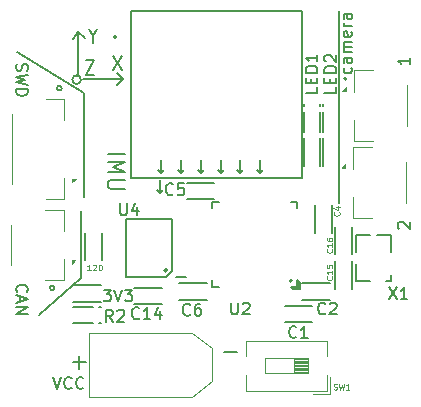
<source format=gbr>
%TF.GenerationSoftware,KiCad,Pcbnew,(6.0.1)*%
%TF.CreationDate,2022-12-05T15:25:32+08:00*%
%TF.ProjectId,IMU_base_V7.1,494d555f-6261-4736-955f-56372e312e6b,rev?*%
%TF.SameCoordinates,Original*%
%TF.FileFunction,Legend,Top*%
%TF.FilePolarity,Positive*%
%FSLAX46Y46*%
G04 Gerber Fmt 4.6, Leading zero omitted, Abs format (unit mm)*
G04 Created by KiCad (PCBNEW (6.0.1)) date 2022-12-05 15:25:32*
%MOMM*%
%LPD*%
G01*
G04 APERTURE LIST*
%ADD10C,0.200000*%
%ADD11C,0.150000*%
%ADD12C,0.187499*%
%ADD13C,0.100000*%
%ADD14C,0.125000*%
%ADD15C,0.050000*%
%ADD16C,0.120000*%
G04 APERTURE END LIST*
D10*
X161081800Y-84367733D02*
X175534400Y-84367733D01*
D11*
X159555585Y-74089054D02*
X160275585Y-75289054D01*
X160275585Y-74089054D02*
X159555585Y-75289054D01*
D10*
X156626198Y-72078240D02*
X157159596Y-72586240D01*
X175534400Y-84367733D02*
X175534400Y-70266197D01*
X156143598Y-72611640D02*
X156626198Y-72078240D01*
X156992522Y-76029921D02*
X160421522Y-76029921D01*
X159862600Y-72450594D02*
G75*
G03*
X159608600Y-72450594I-127000J0D01*
G01*
D11*
X157244185Y-74444654D02*
X157964185Y-74444654D01*
X157244185Y-75644654D01*
X157964185Y-75644654D01*
D10*
X161081800Y-84367733D02*
X161081800Y-70266197D01*
D11*
X157856447Y-72406225D02*
X157856447Y-72977654D01*
X157496447Y-71777654D02*
X157856447Y-72406225D01*
X158216447Y-71777654D01*
D12*
X159092950Y-82373223D02*
X160592949Y-82373223D01*
X159092950Y-83016080D02*
X160592949Y-83016080D01*
X159521521Y-83466080D01*
X160592949Y-83916079D01*
X159092950Y-83916079D01*
X160592949Y-84558936D02*
X159378664Y-84558936D01*
X159235807Y-84623222D01*
X159164379Y-84687507D01*
X159092950Y-84816079D01*
X159092950Y-85073221D01*
X159164379Y-85201793D01*
X159235807Y-85266078D01*
X159378664Y-85330364D01*
X160592949Y-85330364D01*
D10*
X156836447Y-76074321D02*
G75*
G03*
X156103799Y-76074321I-366324J0D01*
G01*
X159608600Y-72450594D02*
G75*
G03*
X159862600Y-72450594I127000J0D01*
G01*
D12*
X163639588Y-82844112D02*
X163639588Y-83986968D01*
X163896730Y-83701254D02*
X163639588Y-83986968D01*
X163382445Y-83701254D01*
X165311015Y-82844112D02*
X165311015Y-83986968D01*
X165568158Y-83701254D02*
X165311015Y-83986968D01*
X165053872Y-83701254D01*
X166982442Y-82844112D02*
X166982442Y-83986968D01*
X167239585Y-83701254D02*
X166982442Y-83986968D01*
X166725300Y-83701254D01*
X168653870Y-82844112D02*
X168653870Y-83986968D01*
X168911012Y-83701254D02*
X168653870Y-83986968D01*
X168396727Y-83701254D01*
X170325297Y-82844112D02*
X170325297Y-83986968D01*
X170582440Y-83701254D02*
X170325297Y-83986968D01*
X170068154Y-83701254D01*
X171996724Y-82844112D02*
X171996724Y-83986968D01*
X172253867Y-83701254D02*
X171996724Y-83986968D01*
X171739582Y-83701254D01*
D10*
X159888122Y-75547321D02*
X160421522Y-76029921D01*
X156103799Y-76074321D02*
G75*
G03*
X156836447Y-76074321I366324J0D01*
G01*
X161081800Y-70266197D02*
X175534400Y-70266197D01*
D12*
X163563388Y-84545912D02*
X163563388Y-85688768D01*
X163820530Y-85403054D02*
X163563388Y-85688768D01*
X163306245Y-85403054D01*
D10*
X159913522Y-76563319D02*
X160421522Y-76029921D01*
X156626198Y-75663597D02*
X156626198Y-72078240D01*
D11*
X155200000Y-76800000D02*
G75*
G03*
X155200000Y-76800000I-200000J0D01*
G01*
X178700000Y-78125000D02*
X178700000Y-70300000D01*
X156800000Y-87200000D02*
X156800000Y-92900000D01*
X179300000Y-76000000D02*
G75*
G03*
X179300000Y-76000000I-100000J0D01*
G01*
X174700000Y-93100000D02*
G75*
G03*
X174700000Y-93100000I-100000J0D01*
G01*
X154600000Y-93700000D02*
G75*
G03*
X154600000Y-93700000I-200000J0D01*
G01*
X164141421Y-92200000D02*
G75*
G03*
X164141421Y-92200000I-141421J0D01*
G01*
X156800000Y-92900000D02*
X153300000Y-96000000D01*
D10*
X183747619Y-88685714D02*
X183700000Y-88638095D01*
X183652380Y-88542857D01*
X183652380Y-88304761D01*
X183700000Y-88209523D01*
X183747619Y-88161904D01*
X183842857Y-88114285D01*
X183938095Y-88114285D01*
X184080952Y-88161904D01*
X184652380Y-88733333D01*
X184652380Y-88114285D01*
X184652380Y-74214285D02*
X184652380Y-74785714D01*
X184652380Y-74500000D02*
X183652380Y-74500000D01*
X183795238Y-74595238D01*
X183890476Y-74690476D01*
X183938095Y-74785714D01*
D11*
X151442857Y-94057142D02*
X151395238Y-94009523D01*
X151347619Y-93866666D01*
X151347619Y-93771428D01*
X151395238Y-93628571D01*
X151490476Y-93533333D01*
X151585714Y-93485714D01*
X151776190Y-93438095D01*
X151919047Y-93438095D01*
X152109523Y-93485714D01*
X152204761Y-93533333D01*
X152300000Y-93628571D01*
X152347619Y-93771428D01*
X152347619Y-93866666D01*
X152300000Y-94009523D01*
X152252380Y-94057142D01*
X151633333Y-94438095D02*
X151633333Y-94914285D01*
X151347619Y-94342857D02*
X152347619Y-94676190D01*
X151347619Y-95009523D01*
X151347619Y-95342857D02*
X152347619Y-95342857D01*
X151347619Y-95914285D01*
X152347619Y-95914285D01*
X179704761Y-75071428D02*
X179752380Y-75166666D01*
X179752380Y-75357142D01*
X179704761Y-75452380D01*
X179657142Y-75500000D01*
X179561904Y-75547619D01*
X179276190Y-75547619D01*
X179180952Y-75500000D01*
X179133333Y-75452380D01*
X179085714Y-75357142D01*
X179085714Y-75166666D01*
X179133333Y-75071428D01*
X179752380Y-74214285D02*
X179228571Y-74214285D01*
X179133333Y-74261904D01*
X179085714Y-74357142D01*
X179085714Y-74547619D01*
X179133333Y-74642857D01*
X179704761Y-74214285D02*
X179752380Y-74309523D01*
X179752380Y-74547619D01*
X179704761Y-74642857D01*
X179609523Y-74690476D01*
X179514285Y-74690476D01*
X179419047Y-74642857D01*
X179371428Y-74547619D01*
X179371428Y-74309523D01*
X179323809Y-74214285D01*
X179752380Y-73738095D02*
X179085714Y-73738095D01*
X179180952Y-73738095D02*
X179133333Y-73690476D01*
X179085714Y-73595238D01*
X179085714Y-73452380D01*
X179133333Y-73357142D01*
X179228571Y-73309523D01*
X179752380Y-73309523D01*
X179228571Y-73309523D02*
X179133333Y-73261904D01*
X179085714Y-73166666D01*
X179085714Y-73023809D01*
X179133333Y-72928571D01*
X179228571Y-72880952D01*
X179752380Y-72880952D01*
X179704761Y-72023809D02*
X179752380Y-72119047D01*
X179752380Y-72309523D01*
X179704761Y-72404761D01*
X179609523Y-72452380D01*
X179228571Y-72452380D01*
X179133333Y-72404761D01*
X179085714Y-72309523D01*
X179085714Y-72119047D01*
X179133333Y-72023809D01*
X179228571Y-71976190D01*
X179323809Y-71976190D01*
X179419047Y-72452380D01*
X179752380Y-71547619D02*
X179085714Y-71547619D01*
X179276190Y-71547619D02*
X179180952Y-71500000D01*
X179133333Y-71452380D01*
X179085714Y-71357142D01*
X179085714Y-71261904D01*
X179752380Y-70500000D02*
X179228571Y-70500000D01*
X179133333Y-70547619D01*
X179085714Y-70642857D01*
X179085714Y-70833333D01*
X179133333Y-70928571D01*
X179704761Y-70500000D02*
X179752380Y-70595238D01*
X179752380Y-70833333D01*
X179704761Y-70928571D01*
X179609523Y-70976190D01*
X179514285Y-70976190D01*
X179419047Y-70928571D01*
X179371428Y-70833333D01*
X179371428Y-70595238D01*
X179323809Y-70500000D01*
D10*
X151395238Y-74742857D02*
X151347619Y-74885714D01*
X151347619Y-75123809D01*
X151395238Y-75219047D01*
X151442857Y-75266666D01*
X151538095Y-75314285D01*
X151633333Y-75314285D01*
X151728571Y-75266666D01*
X151776190Y-75219047D01*
X151823809Y-75123809D01*
X151871428Y-74933333D01*
X151919047Y-74838095D01*
X151966666Y-74790476D01*
X152061904Y-74742857D01*
X152157142Y-74742857D01*
X152252380Y-74790476D01*
X152300000Y-74838095D01*
X152347619Y-74933333D01*
X152347619Y-75171428D01*
X152300000Y-75314285D01*
X152347619Y-75647619D02*
X151347619Y-75885714D01*
X152061904Y-76076190D01*
X151347619Y-76266666D01*
X152347619Y-76504761D01*
X151347619Y-76885714D02*
X152347619Y-76885714D01*
X152347619Y-77123809D01*
X152300000Y-77266666D01*
X152204761Y-77361904D01*
X152109523Y-77409523D01*
X151919047Y-77457142D01*
X151776190Y-77457142D01*
X151585714Y-77409523D01*
X151490476Y-77361904D01*
X151395238Y-77266666D01*
X151347619Y-77123809D01*
X151347619Y-76885714D01*
D11*
X157100000Y-77200000D02*
X157100000Y-86000000D01*
X178700000Y-86500000D02*
X178700000Y-78125000D01*
X151400000Y-73700000D02*
X157100000Y-77200000D01*
D13*
%TO.C,C16*%
X178078571Y-90421428D02*
X178102380Y-90445238D01*
X178126190Y-90516666D01*
X178126190Y-90564285D01*
X178102380Y-90635714D01*
X178054761Y-90683333D01*
X178007142Y-90707142D01*
X177911904Y-90730952D01*
X177840476Y-90730952D01*
X177745238Y-90707142D01*
X177697619Y-90683333D01*
X177650000Y-90635714D01*
X177626190Y-90564285D01*
X177626190Y-90516666D01*
X177650000Y-90445238D01*
X177673809Y-90421428D01*
X178126190Y-89945238D02*
X178126190Y-90230952D01*
X178126190Y-90088095D02*
X177626190Y-90088095D01*
X177697619Y-90135714D01*
X177745238Y-90183333D01*
X177769047Y-90230952D01*
X177626190Y-89516666D02*
X177626190Y-89611904D01*
X177650000Y-89659523D01*
X177673809Y-89683333D01*
X177745238Y-89730952D01*
X177840476Y-89754761D01*
X178030952Y-89754761D01*
X178078571Y-89730952D01*
X178102380Y-89707142D01*
X178126190Y-89659523D01*
X178126190Y-89564285D01*
X178102380Y-89516666D01*
X178078571Y-89492857D01*
X178030952Y-89469047D01*
X177911904Y-89469047D01*
X177864285Y-89492857D01*
X177840476Y-89516666D01*
X177816666Y-89564285D01*
X177816666Y-89659523D01*
X177840476Y-89707142D01*
X177864285Y-89730952D01*
X177911904Y-89754761D01*
D14*
%TO.C,120*%
X157666666Y-92226190D02*
X157380952Y-92226190D01*
X157523809Y-92226190D02*
X157523809Y-91726190D01*
X157476190Y-91797619D01*
X157428571Y-91845238D01*
X157380952Y-91869047D01*
X157857142Y-91773809D02*
X157880952Y-91750000D01*
X157928571Y-91726190D01*
X158047619Y-91726190D01*
X158095238Y-91750000D01*
X158119047Y-91773809D01*
X158142857Y-91821428D01*
X158142857Y-91869047D01*
X158119047Y-91940476D01*
X157833333Y-92226190D01*
X158142857Y-92226190D01*
X158452380Y-91726190D02*
X158500000Y-91726190D01*
X158547619Y-91750000D01*
X158571428Y-91773809D01*
X158595238Y-91821428D01*
X158619047Y-91916666D01*
X158619047Y-92035714D01*
X158595238Y-92130952D01*
X158571428Y-92178571D01*
X158547619Y-92202380D01*
X158500000Y-92226190D01*
X158452380Y-92226190D01*
X158404761Y-92202380D01*
X158380952Y-92178571D01*
X158357142Y-92130952D01*
X158333333Y-92035714D01*
X158333333Y-91916666D01*
X158357142Y-91821428D01*
X158380952Y-91773809D01*
X158404761Y-91750000D01*
X158452380Y-91726190D01*
D11*
%TO.C,C2*%
X177533333Y-95857142D02*
X177485714Y-95904761D01*
X177342857Y-95952380D01*
X177247619Y-95952380D01*
X177104761Y-95904761D01*
X177009523Y-95809523D01*
X176961904Y-95714285D01*
X176914285Y-95523809D01*
X176914285Y-95380952D01*
X176961904Y-95190476D01*
X177009523Y-95095238D01*
X177104761Y-95000000D01*
X177247619Y-94952380D01*
X177342857Y-94952380D01*
X177485714Y-95000000D01*
X177533333Y-95047619D01*
X177914285Y-95047619D02*
X177961904Y-95000000D01*
X178057142Y-94952380D01*
X178295238Y-94952380D01*
X178390476Y-95000000D01*
X178438095Y-95047619D01*
X178485714Y-95142857D01*
X178485714Y-95238095D01*
X178438095Y-95380952D01*
X177866666Y-95952380D01*
X178485714Y-95952380D01*
%TO.C,LED1*%
X176852380Y-76719047D02*
X176852380Y-77195238D01*
X175852380Y-77195238D01*
X176328571Y-76385714D02*
X176328571Y-76052380D01*
X176852380Y-75909523D02*
X176852380Y-76385714D01*
X175852380Y-76385714D01*
X175852380Y-75909523D01*
X176852380Y-75480952D02*
X175852380Y-75480952D01*
X175852380Y-75242857D01*
X175900000Y-75100000D01*
X175995238Y-75004761D01*
X176090476Y-74957142D01*
X176280952Y-74909523D01*
X176423809Y-74909523D01*
X176614285Y-74957142D01*
X176709523Y-75004761D01*
X176804761Y-75100000D01*
X176852380Y-75242857D01*
X176852380Y-75480952D01*
X176852380Y-73957142D02*
X176852380Y-74528571D01*
X176852380Y-74242857D02*
X175852380Y-74242857D01*
X175995238Y-74338095D01*
X176090476Y-74433333D01*
X176138095Y-74528571D01*
D13*
%TO.C,C4*%
X178678571Y-87283333D02*
X178702380Y-87307142D01*
X178726190Y-87378571D01*
X178726190Y-87426190D01*
X178702380Y-87497619D01*
X178654761Y-87545238D01*
X178607142Y-87569047D01*
X178511904Y-87592857D01*
X178440476Y-87592857D01*
X178345238Y-87569047D01*
X178297619Y-87545238D01*
X178250000Y-87497619D01*
X178226190Y-87426190D01*
X178226190Y-87378571D01*
X178250000Y-87307142D01*
X178273809Y-87283333D01*
X178392857Y-86854761D02*
X178726190Y-86854761D01*
X178202380Y-86973809D02*
X178559523Y-87092857D01*
X178559523Y-86783333D01*
D11*
%TO.C,C14*%
X161757142Y-96257142D02*
X161709523Y-96304761D01*
X161566666Y-96352380D01*
X161471428Y-96352380D01*
X161328571Y-96304761D01*
X161233333Y-96209523D01*
X161185714Y-96114285D01*
X161138095Y-95923809D01*
X161138095Y-95780952D01*
X161185714Y-95590476D01*
X161233333Y-95495238D01*
X161328571Y-95400000D01*
X161471428Y-95352380D01*
X161566666Y-95352380D01*
X161709523Y-95400000D01*
X161757142Y-95447619D01*
X162709523Y-96352380D02*
X162138095Y-96352380D01*
X162423809Y-96352380D02*
X162423809Y-95352380D01*
X162328571Y-95495238D01*
X162233333Y-95590476D01*
X162138095Y-95638095D01*
X163566666Y-95685714D02*
X163566666Y-96352380D01*
X163328571Y-95304761D02*
X163090476Y-96019047D01*
X163709523Y-96019047D01*
%TO.C,U4*%
X160138095Y-86552380D02*
X160138095Y-87361904D01*
X160185714Y-87457142D01*
X160233333Y-87504761D01*
X160328571Y-87552380D01*
X160519047Y-87552380D01*
X160614285Y-87504761D01*
X160661904Y-87457142D01*
X160709523Y-87361904D01*
X160709523Y-86552380D01*
X161614285Y-86885714D02*
X161614285Y-87552380D01*
X161376190Y-86504761D02*
X161138095Y-87219047D01*
X161757142Y-87219047D01*
%TO.C,C5*%
X164633333Y-85757142D02*
X164585714Y-85804761D01*
X164442857Y-85852380D01*
X164347619Y-85852380D01*
X164204761Y-85804761D01*
X164109523Y-85709523D01*
X164061904Y-85614285D01*
X164014285Y-85423809D01*
X164014285Y-85280952D01*
X164061904Y-85090476D01*
X164109523Y-84995238D01*
X164204761Y-84900000D01*
X164347619Y-84852380D01*
X164442857Y-84852380D01*
X164585714Y-84900000D01*
X164633333Y-84947619D01*
X165538095Y-84852380D02*
X165061904Y-84852380D01*
X165014285Y-85328571D01*
X165061904Y-85280952D01*
X165157142Y-85233333D01*
X165395238Y-85233333D01*
X165490476Y-85280952D01*
X165538095Y-85328571D01*
X165585714Y-85423809D01*
X165585714Y-85661904D01*
X165538095Y-85757142D01*
X165490476Y-85804761D01*
X165395238Y-85852380D01*
X165157142Y-85852380D01*
X165061904Y-85804761D01*
X165014285Y-85757142D01*
%TO.C,VCC*%
X154466666Y-101252380D02*
X154800000Y-102252380D01*
X155133333Y-101252380D01*
X156038095Y-102157142D02*
X155990476Y-102204761D01*
X155847619Y-102252380D01*
X155752380Y-102252380D01*
X155609523Y-102204761D01*
X155514285Y-102109523D01*
X155466666Y-102014285D01*
X155419047Y-101823809D01*
X155419047Y-101680952D01*
X155466666Y-101490476D01*
X155514285Y-101395238D01*
X155609523Y-101300000D01*
X155752380Y-101252380D01*
X155847619Y-101252380D01*
X155990476Y-101300000D01*
X156038095Y-101347619D01*
X157038095Y-102157142D02*
X156990476Y-102204761D01*
X156847619Y-102252380D01*
X156752380Y-102252380D01*
X156609523Y-102204761D01*
X156514285Y-102109523D01*
X156466666Y-102014285D01*
X156419047Y-101823809D01*
X156419047Y-101680952D01*
X156466666Y-101490476D01*
X156514285Y-101395238D01*
X156609523Y-101300000D01*
X156752380Y-101252380D01*
X156847619Y-101252380D01*
X156990476Y-101300000D01*
X157038095Y-101347619D01*
X156128571Y-100007142D02*
X157271428Y-100007142D01*
X156700000Y-100578571D02*
X156700000Y-99435714D01*
X168928571Y-99107142D02*
X170071428Y-99107142D01*
%TO.C,LED2*%
X178452380Y-76719047D02*
X178452380Y-77195238D01*
X177452380Y-77195238D01*
X177928571Y-76385714D02*
X177928571Y-76052380D01*
X178452380Y-75909523D02*
X178452380Y-76385714D01*
X177452380Y-76385714D01*
X177452380Y-75909523D01*
X178452380Y-75480952D02*
X177452380Y-75480952D01*
X177452380Y-75242857D01*
X177500000Y-75100000D01*
X177595238Y-75004761D01*
X177690476Y-74957142D01*
X177880952Y-74909523D01*
X178023809Y-74909523D01*
X178214285Y-74957142D01*
X178309523Y-75004761D01*
X178404761Y-75100000D01*
X178452380Y-75242857D01*
X178452380Y-75480952D01*
X177547619Y-74528571D02*
X177500000Y-74480952D01*
X177452380Y-74385714D01*
X177452380Y-74147619D01*
X177500000Y-74052380D01*
X177547619Y-74004761D01*
X177642857Y-73957142D01*
X177738095Y-73957142D01*
X177880952Y-74004761D01*
X178452380Y-74576190D01*
X178452380Y-73957142D01*
%TO.C,X1*%
X182890476Y-93652380D02*
X183557142Y-94652380D01*
X183557142Y-93652380D02*
X182890476Y-94652380D01*
X184461904Y-94652380D02*
X183890476Y-94652380D01*
X184176190Y-94652380D02*
X184176190Y-93652380D01*
X184080952Y-93795238D01*
X183985714Y-93890476D01*
X183890476Y-93938095D01*
D14*
%TO.C,SW1*%
X178233333Y-102302380D02*
X178304761Y-102326190D01*
X178423809Y-102326190D01*
X178471428Y-102302380D01*
X178495238Y-102278571D01*
X178519047Y-102230952D01*
X178519047Y-102183333D01*
X178495238Y-102135714D01*
X178471428Y-102111904D01*
X178423809Y-102088095D01*
X178328571Y-102064285D01*
X178280952Y-102040476D01*
X178257142Y-102016666D01*
X178233333Y-101969047D01*
X178233333Y-101921428D01*
X178257142Y-101873809D01*
X178280952Y-101850000D01*
X178328571Y-101826190D01*
X178447619Y-101826190D01*
X178519047Y-101850000D01*
X178685714Y-101826190D02*
X178804761Y-102326190D01*
X178900000Y-101969047D01*
X178995238Y-102326190D01*
X179114285Y-101826190D01*
X179566666Y-102326190D02*
X179280952Y-102326190D01*
X179423809Y-102326190D02*
X179423809Y-101826190D01*
X179376190Y-101897619D01*
X179328571Y-101945238D01*
X179280952Y-101969047D01*
D11*
%TO.C,U2*%
X169538095Y-94952380D02*
X169538095Y-95761904D01*
X169585714Y-95857142D01*
X169633333Y-95904761D01*
X169728571Y-95952380D01*
X169919047Y-95952380D01*
X170014285Y-95904761D01*
X170061904Y-95857142D01*
X170109523Y-95761904D01*
X170109523Y-94952380D01*
X170538095Y-95047619D02*
X170585714Y-95000000D01*
X170680952Y-94952380D01*
X170919047Y-94952380D01*
X171014285Y-95000000D01*
X171061904Y-95047619D01*
X171109523Y-95142857D01*
X171109523Y-95238095D01*
X171061904Y-95380952D01*
X170490476Y-95952380D01*
X171109523Y-95952380D01*
%TO.C,C6*%
X166083333Y-95957142D02*
X166035714Y-96004761D01*
X165892857Y-96052380D01*
X165797619Y-96052380D01*
X165654761Y-96004761D01*
X165559523Y-95909523D01*
X165511904Y-95814285D01*
X165464285Y-95623809D01*
X165464285Y-95480952D01*
X165511904Y-95290476D01*
X165559523Y-95195238D01*
X165654761Y-95100000D01*
X165797619Y-95052380D01*
X165892857Y-95052380D01*
X166035714Y-95100000D01*
X166083333Y-95147619D01*
X166940476Y-95052380D02*
X166750000Y-95052380D01*
X166654761Y-95100000D01*
X166607142Y-95147619D01*
X166511904Y-95290476D01*
X166464285Y-95480952D01*
X166464285Y-95861904D01*
X166511904Y-95957142D01*
X166559523Y-96004761D01*
X166654761Y-96052380D01*
X166845238Y-96052380D01*
X166940476Y-96004761D01*
X166988095Y-95957142D01*
X167035714Y-95861904D01*
X167035714Y-95623809D01*
X166988095Y-95528571D01*
X166940476Y-95480952D01*
X166845238Y-95433333D01*
X166654761Y-95433333D01*
X166559523Y-95480952D01*
X166511904Y-95528571D01*
X166464285Y-95623809D01*
%TO.C,R2*%
X159533333Y-96552380D02*
X159200000Y-96076190D01*
X158961904Y-96552380D02*
X158961904Y-95552380D01*
X159342857Y-95552380D01*
X159438095Y-95600000D01*
X159485714Y-95647619D01*
X159533333Y-95742857D01*
X159533333Y-95885714D01*
X159485714Y-95980952D01*
X159438095Y-96028571D01*
X159342857Y-96076190D01*
X158961904Y-96076190D01*
X159914285Y-95647619D02*
X159961904Y-95600000D01*
X160057142Y-95552380D01*
X160295238Y-95552380D01*
X160390476Y-95600000D01*
X160438095Y-95647619D01*
X160485714Y-95742857D01*
X160485714Y-95838095D01*
X160438095Y-95980952D01*
X159866666Y-96552380D01*
X160485714Y-96552380D01*
D13*
%TO.C,C15*%
X178078571Y-92721428D02*
X178102380Y-92745238D01*
X178126190Y-92816666D01*
X178126190Y-92864285D01*
X178102380Y-92935714D01*
X178054761Y-92983333D01*
X178007142Y-93007142D01*
X177911904Y-93030952D01*
X177840476Y-93030952D01*
X177745238Y-93007142D01*
X177697619Y-92983333D01*
X177650000Y-92935714D01*
X177626190Y-92864285D01*
X177626190Y-92816666D01*
X177650000Y-92745238D01*
X177673809Y-92721428D01*
X178126190Y-92245238D02*
X178126190Y-92530952D01*
X178126190Y-92388095D02*
X177626190Y-92388095D01*
X177697619Y-92435714D01*
X177745238Y-92483333D01*
X177769047Y-92530952D01*
X177626190Y-91792857D02*
X177626190Y-92030952D01*
X177864285Y-92054761D01*
X177840476Y-92030952D01*
X177816666Y-91983333D01*
X177816666Y-91864285D01*
X177840476Y-91816666D01*
X177864285Y-91792857D01*
X177911904Y-91769047D01*
X178030952Y-91769047D01*
X178078571Y-91792857D01*
X178102380Y-91816666D01*
X178126190Y-91864285D01*
X178126190Y-91983333D01*
X178102380Y-92030952D01*
X178078571Y-92054761D01*
D11*
%TO.C,C1*%
X175083333Y-97857142D02*
X175035714Y-97904761D01*
X174892857Y-97952380D01*
X174797619Y-97952380D01*
X174654761Y-97904761D01*
X174559523Y-97809523D01*
X174511904Y-97714285D01*
X174464285Y-97523809D01*
X174464285Y-97380952D01*
X174511904Y-97190476D01*
X174559523Y-97095238D01*
X174654761Y-97000000D01*
X174797619Y-96952380D01*
X174892857Y-96952380D01*
X175035714Y-97000000D01*
X175083333Y-97047619D01*
X176035714Y-97952380D02*
X175464285Y-97952380D01*
X175750000Y-97952380D02*
X175750000Y-96952380D01*
X175654761Y-97095238D01*
X175559523Y-97190476D01*
X175464285Y-97238095D01*
%TO.C,3V3*%
X158761904Y-93852380D02*
X159380952Y-93852380D01*
X159047619Y-94233333D01*
X159190476Y-94233333D01*
X159285714Y-94280952D01*
X159333333Y-94328571D01*
X159380952Y-94423809D01*
X159380952Y-94661904D01*
X159333333Y-94757142D01*
X159285714Y-94804761D01*
X159190476Y-94852380D01*
X158904761Y-94852380D01*
X158809523Y-94804761D01*
X158761904Y-94757142D01*
X159666666Y-93852380D02*
X160000000Y-94852380D01*
X160333333Y-93852380D01*
X160571428Y-93852380D02*
X161190476Y-93852380D01*
X160857142Y-94233333D01*
X161000000Y-94233333D01*
X161095238Y-94280952D01*
X161142857Y-94328571D01*
X161190476Y-94423809D01*
X161190476Y-94661904D01*
X161142857Y-94757142D01*
X161095238Y-94804761D01*
X161000000Y-94852380D01*
X160714285Y-94852380D01*
X160619047Y-94804761D01*
X160571428Y-94757142D01*
%TO.C,C16*%
X178350000Y-88525000D02*
X178350000Y-90875000D01*
X179750000Y-88525000D02*
X179750000Y-90875000D01*
%TO.C,120*%
X157200000Y-89025000D02*
X157200000Y-91375000D01*
X158600000Y-89025000D02*
X158600000Y-91375000D01*
D15*
%TO.C,J1*%
X156118000Y-84745000D02*
X156118000Y-84445000D01*
X156118000Y-84445000D02*
X156418000Y-84445000D01*
X156418000Y-84445000D02*
X156118000Y-84745000D01*
G36*
X156118000Y-84745000D02*
G01*
X156118000Y-84445000D01*
X156418000Y-84445000D01*
X156118000Y-84745000D01*
G37*
X156118000Y-84745000D02*
X156118000Y-84445000D01*
X156418000Y-84445000D01*
X156118000Y-84745000D01*
D16*
X155438000Y-86160000D02*
X155438000Y-84360000D01*
X153838000Y-77690000D02*
X155438000Y-77690000D01*
X150968000Y-84890000D02*
X150968000Y-78960000D01*
X153838000Y-86160000D02*
X155438000Y-86160000D01*
X155438000Y-77690000D02*
X155438000Y-79490000D01*
D11*
%TO.C,C2*%
X175575000Y-93300000D02*
X177925000Y-93300000D01*
X175575000Y-94700000D02*
X177925000Y-94700000D01*
%TO.C,LED1*%
X177300000Y-78792000D02*
X177300000Y-80475000D01*
X178700000Y-78792000D02*
X178700000Y-80475000D01*
X177300000Y-78125000D02*
X177300000Y-78284000D01*
X178700000Y-78125000D02*
X178700000Y-78284000D01*
%TO.C,C4*%
X178050000Y-89075000D02*
X178050000Y-86725000D01*
X176650000Y-89075000D02*
X176650000Y-86725000D01*
%TO.C,C14*%
X161325000Y-95100000D02*
X163675000Y-95100000D01*
X161325000Y-93700000D02*
X163675000Y-93700000D01*
D10*
%TO.C,U4*%
X165700000Y-92800000D02*
X164900000Y-92800000D01*
X160650000Y-87850000D02*
X164550000Y-87850000D01*
X164550000Y-87850000D02*
X164550000Y-92250000D01*
X164550000Y-92250000D02*
X164050000Y-92750000D01*
X164050000Y-92750000D02*
X160650000Y-92750000D01*
X160650000Y-92750000D02*
X160650000Y-87850000D01*
D11*
%TO.C,C5*%
X168125000Y-84800000D02*
X165775000Y-84800000D01*
X168125000Y-86200000D02*
X165775000Y-86200000D01*
%TO.C,R7*%
X177100000Y-81025000D02*
X177100000Y-83375000D01*
X175700000Y-81025000D02*
X175700000Y-83375000D01*
D16*
%TO.C,VCC*%
X166260000Y-102910000D02*
X157540000Y-102910000D01*
X166260000Y-97490000D02*
X157540000Y-97490000D01*
X167960000Y-101610000D02*
X166260000Y-102910000D01*
X167960000Y-98790000D02*
X166260000Y-97490000D01*
X157540000Y-102910000D02*
X157540000Y-97490000D01*
X167960000Y-101610000D02*
X167960000Y-98790000D01*
D11*
%TO.C,LED2*%
X175700000Y-78125000D02*
X175700000Y-78284000D01*
X177100000Y-78792000D02*
X177100000Y-80475000D01*
X175700000Y-78792000D02*
X175700000Y-80475000D01*
X177100000Y-78125000D02*
X177100000Y-78284000D01*
D16*
%TO.C,J6*%
X150890000Y-91790000D02*
X150890000Y-88360000D01*
X153760000Y-87090000D02*
X155360000Y-87090000D01*
X155360000Y-93060000D02*
X155360000Y-91260000D01*
X153760000Y-93060000D02*
X155360000Y-93060000D01*
X155360000Y-87090000D02*
X155360000Y-88890000D01*
D15*
X156040000Y-91645000D02*
X156040000Y-91345000D01*
X156040000Y-91345000D02*
X156340000Y-91345000D01*
X156340000Y-91345000D02*
X156040000Y-91645000D01*
G36*
X156040000Y-91645000D02*
G01*
X156040000Y-91345000D01*
X156340000Y-91345000D01*
X156040000Y-91645000D01*
G37*
X156040000Y-91645000D02*
X156040000Y-91345000D01*
X156340000Y-91345000D01*
X156040000Y-91645000D01*
D10*
%TO.C,X1*%
X182625000Y-93150000D02*
X183125000Y-93150000D01*
X180125000Y-93150000D02*
X180125000Y-91700000D01*
X181325000Y-93150000D02*
X180125000Y-93150000D01*
X181925000Y-89250000D02*
X183125000Y-89250000D01*
X183125000Y-93150000D02*
X183125000Y-92650000D01*
X181325000Y-89250000D02*
X180125000Y-89250000D01*
X183125000Y-89250000D02*
X183125000Y-90700000D01*
X180125000Y-89250000D02*
X180125000Y-90700000D01*
D16*
%TO.C,SW1*%
X176060000Y-100575000D02*
X174853333Y-100575000D01*
X176060000Y-100455000D02*
X174853333Y-100455000D01*
X176060000Y-100095000D02*
X174853333Y-100095000D01*
X172440000Y-100935000D02*
X176060000Y-100935000D01*
X176060000Y-100335000D02*
X174853333Y-100335000D01*
X176060000Y-99665000D02*
X172440000Y-99665000D01*
X177900000Y-102650000D02*
X176517000Y-102650000D01*
X177900000Y-102650000D02*
X177900000Y-101267000D01*
X170840000Y-102410000D02*
X170840000Y-101100000D01*
X177660000Y-102410000D02*
X170840000Y-102410000D01*
X170840000Y-99500000D02*
X170840000Y-98190000D01*
X176060000Y-99735000D02*
X174853333Y-99735000D01*
X177660000Y-99500000D02*
X177660000Y-98190000D01*
X177660000Y-98190000D02*
X170840000Y-98190000D01*
X174853333Y-100935000D02*
X174853333Y-99665000D01*
X176060000Y-100215000D02*
X174853333Y-100215000D01*
X176060000Y-100695000D02*
X174853333Y-100695000D01*
X176060000Y-100815000D02*
X174853333Y-100815000D01*
X177660000Y-102410000D02*
X177660000Y-101100000D01*
X172440000Y-99665000D02*
X172440000Y-100935000D01*
X176060000Y-99975000D02*
X174853333Y-99975000D01*
X176060000Y-100935000D02*
X176060000Y-99665000D01*
X176060000Y-99855000D02*
X174853333Y-99855000D01*
D10*
%TO.C,U2*%
X175150000Y-86950000D02*
X175150000Y-86400000D01*
X167950000Y-86400000D02*
X167950000Y-86950000D01*
X167950000Y-93600000D02*
X168500000Y-93600000D01*
X167950000Y-93050000D02*
X167950000Y-93600000D01*
X168500000Y-86400000D02*
X167950000Y-86400000D01*
X175150000Y-86400000D02*
X174600000Y-86400000D01*
X174600000Y-93600000D02*
X175150000Y-93600000D01*
X175150000Y-93600000D02*
X175150000Y-93050000D01*
X175150000Y-93050000D02*
X175350000Y-93250000D01*
X175350000Y-93250000D02*
X175350000Y-93800000D01*
X175350000Y-93800000D02*
X174800000Y-93800000D01*
X174800000Y-93800000D02*
X174600000Y-93600000D01*
G36*
X175350000Y-93250000D02*
G01*
X175350000Y-93800000D01*
X174800000Y-93800000D01*
X174600000Y-93600000D01*
X175150000Y-93600000D01*
X175150000Y-93050000D01*
X175350000Y-93250000D01*
G37*
X175350000Y-93250000D02*
X175350000Y-93800000D01*
X174800000Y-93800000D01*
X174600000Y-93600000D01*
X175150000Y-93600000D01*
X175150000Y-93050000D01*
X175350000Y-93250000D01*
D11*
%TO.C,C6*%
X167525000Y-93300000D02*
X165175000Y-93300000D01*
X167525000Y-94700000D02*
X165175000Y-94700000D01*
%TO.C,R2*%
X156175000Y-93500000D02*
X158525000Y-93500000D01*
X156175000Y-94900000D02*
X158525000Y-94900000D01*
%TO.C,R6*%
X177300000Y-81025000D02*
X177300000Y-83375000D01*
X178700000Y-81025000D02*
X178700000Y-83375000D01*
D16*
%TO.C,J4*%
X184360000Y-83085000D02*
X184360000Y-86515000D01*
X179890000Y-81815000D02*
X179890000Y-83615000D01*
X179890000Y-87785000D02*
X179890000Y-85985000D01*
X181490000Y-81815000D02*
X179890000Y-81815000D01*
X181490000Y-87785000D02*
X179890000Y-87785000D01*
D15*
X179210000Y-83230000D02*
X179210000Y-83530000D01*
X179210000Y-83530000D02*
X178910000Y-83530000D01*
X178910000Y-83530000D02*
X179210000Y-83230000D01*
G36*
X179210000Y-83530000D02*
G01*
X178910000Y-83530000D01*
X179210000Y-83230000D01*
X179210000Y-83530000D01*
G37*
X179210000Y-83530000D02*
X178910000Y-83530000D01*
X179210000Y-83230000D01*
X179210000Y-83530000D01*
D11*
%TO.C,C15*%
X178350000Y-93775000D02*
X178350000Y-91425000D01*
X179750000Y-93775000D02*
X179750000Y-91425000D01*
%TO.C,C1*%
X174075000Y-96600000D02*
X176425000Y-96600000D01*
X174075000Y-95200000D02*
X176425000Y-95200000D01*
%TO.C,3V3*%
X157858000Y-95300000D02*
X156175000Y-95300000D01*
X158525000Y-95300000D02*
X158366000Y-95300000D01*
X157858000Y-96700000D02*
X156175000Y-96700000D01*
X158525000Y-96700000D02*
X158366000Y-96700000D01*
D16*
%TO.C,J3*%
X179940000Y-75290000D02*
X179940000Y-77090000D01*
X181540000Y-75290000D02*
X179940000Y-75290000D01*
X179940000Y-81260000D02*
X179940000Y-79460000D01*
X181540000Y-81260000D02*
X179940000Y-81260000D01*
X184410000Y-76560000D02*
X184410000Y-79990000D01*
D15*
X179260000Y-76705000D02*
X179260000Y-77005000D01*
X179260000Y-77005000D02*
X178960000Y-77005000D01*
X178960000Y-77005000D02*
X179260000Y-76705000D01*
G36*
X179260000Y-77005000D02*
G01*
X178960000Y-77005000D01*
X179260000Y-76705000D01*
X179260000Y-77005000D01*
G37*
X179260000Y-77005000D02*
X178960000Y-77005000D01*
X179260000Y-76705000D01*
X179260000Y-77005000D01*
%TD*%
M02*

</source>
